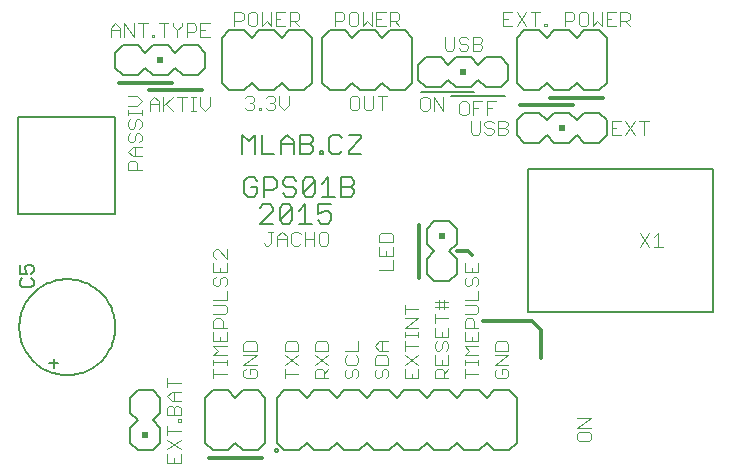
<source format=gbr>
G75*
%MOIN*%
%OFA0B0*%
%FSLAX24Y24*%
%IPPOS*%
%LPD*%
%AMOC8*
5,1,8,0,0,1.08239X$1,22.5*
%
%ADD10C,0.0040*%
%ADD11C,0.0120*%
%ADD12C,0.0060*%
%ADD13C,0.0079*%
%ADD14C,0.0050*%
%ADD15R,0.0200X0.0200*%
D10*
X014553Y000855D02*
X015013Y000855D01*
X015013Y001162D01*
X015013Y001315D02*
X014553Y001622D01*
X014553Y001776D02*
X014553Y002083D01*
X014553Y001929D02*
X015013Y001929D01*
X015013Y002236D02*
X014936Y002236D01*
X014936Y002313D01*
X015013Y002313D01*
X015013Y002236D01*
X015013Y002466D02*
X015013Y002697D01*
X014936Y002773D01*
X014859Y002773D01*
X014783Y002697D01*
X014783Y002466D01*
X015013Y002466D02*
X014553Y002466D01*
X014553Y002697D01*
X014629Y002773D01*
X014706Y002773D01*
X014783Y002697D01*
X014783Y002927D02*
X014783Y003234D01*
X014706Y003234D02*
X015013Y003234D01*
X015013Y003541D02*
X014553Y003541D01*
X014553Y003694D02*
X014553Y003387D01*
X014706Y003234D02*
X014553Y003080D01*
X014706Y002927D01*
X015013Y002927D01*
X016103Y003680D02*
X016103Y003987D01*
X016103Y004140D02*
X016103Y004294D01*
X016103Y004217D02*
X016563Y004217D01*
X016563Y004140D02*
X016563Y004294D01*
X016563Y004447D02*
X016103Y004447D01*
X016256Y004601D01*
X016103Y004754D01*
X016563Y004754D01*
X016563Y004908D02*
X016103Y004908D01*
X016103Y005215D01*
X016103Y005368D02*
X016103Y005598D01*
X016179Y005675D01*
X016333Y005675D01*
X016409Y005598D01*
X016409Y005368D01*
X016563Y005368D02*
X016103Y005368D01*
X016333Y005061D02*
X016333Y004908D01*
X016563Y004908D02*
X016563Y005215D01*
X017103Y004831D02*
X017103Y004601D01*
X017563Y004601D01*
X017563Y004831D01*
X017486Y004908D01*
X017179Y004908D01*
X017103Y004831D01*
X017103Y004447D02*
X017563Y004447D01*
X017103Y004140D01*
X017563Y004140D01*
X017486Y003987D02*
X017333Y003987D01*
X017333Y003833D01*
X017486Y003680D02*
X017179Y003680D01*
X017103Y003757D01*
X017103Y003910D01*
X017179Y003987D01*
X017486Y003987D02*
X017563Y003910D01*
X017563Y003757D01*
X017486Y003680D01*
X016563Y003833D02*
X016103Y003833D01*
X018478Y003833D02*
X018938Y003833D01*
X018938Y004140D02*
X018478Y004447D01*
X018478Y004601D02*
X018478Y004831D01*
X018554Y004908D01*
X018861Y004908D01*
X018938Y004831D01*
X018938Y004601D01*
X018478Y004601D01*
X018478Y004140D02*
X018938Y004447D01*
X019478Y004447D02*
X019938Y004140D01*
X019938Y003987D02*
X019784Y003833D01*
X019784Y003910D02*
X019784Y003680D01*
X019938Y003680D02*
X019478Y003680D01*
X019478Y003910D01*
X019554Y003987D01*
X019708Y003987D01*
X019784Y003910D01*
X019478Y004140D02*
X019938Y004447D01*
X019938Y004601D02*
X019478Y004601D01*
X019478Y004831D01*
X019554Y004908D01*
X019861Y004908D01*
X019938Y004831D01*
X019938Y004601D01*
X020478Y004601D02*
X020938Y004601D01*
X020938Y004908D01*
X020861Y004447D02*
X020938Y004371D01*
X020938Y004217D01*
X020861Y004140D01*
X020554Y004140D01*
X020478Y004217D01*
X020478Y004371D01*
X020554Y004447D01*
X020554Y003987D02*
X020478Y003910D01*
X020478Y003757D01*
X020554Y003680D01*
X020631Y003680D01*
X020708Y003757D01*
X020708Y003910D01*
X020784Y003987D01*
X020861Y003987D01*
X020938Y003910D01*
X020938Y003757D01*
X020861Y003680D01*
X021478Y003757D02*
X021554Y003680D01*
X021631Y003680D01*
X021708Y003757D01*
X021708Y003910D01*
X021784Y003987D01*
X021861Y003987D01*
X021938Y003910D01*
X021938Y003757D01*
X021861Y003680D01*
X021478Y003757D02*
X021478Y003910D01*
X021554Y003987D01*
X021478Y004140D02*
X021478Y004371D01*
X021554Y004447D01*
X021861Y004447D01*
X021938Y004371D01*
X021938Y004140D01*
X021478Y004140D01*
X021631Y004601D02*
X021478Y004754D01*
X021631Y004908D01*
X021938Y004908D01*
X021708Y004908D02*
X021708Y004601D01*
X021631Y004601D02*
X021938Y004601D01*
X022478Y004601D02*
X022478Y004908D01*
X022478Y005061D02*
X022478Y005215D01*
X022478Y005138D02*
X022938Y005138D01*
X022938Y005061D02*
X022938Y005215D01*
X022938Y005368D02*
X022478Y005368D01*
X022938Y005675D01*
X022478Y005675D01*
X022478Y005828D02*
X022478Y006135D01*
X022478Y005982D02*
X022938Y005982D01*
X023478Y006059D02*
X023938Y006059D01*
X023938Y006212D02*
X023478Y006212D01*
X023631Y006212D02*
X023631Y006289D01*
X023631Y006212D02*
X023631Y005982D01*
X023784Y005982D02*
X023784Y006289D01*
X024478Y006289D02*
X024938Y006289D01*
X024938Y006596D01*
X024861Y006749D02*
X024938Y006826D01*
X024938Y006979D01*
X024861Y007056D01*
X024784Y007056D01*
X024708Y006979D01*
X024708Y006826D01*
X024631Y006749D01*
X024554Y006749D01*
X024478Y006826D01*
X024478Y006979D01*
X024554Y007056D01*
X024478Y007210D02*
X024938Y007210D01*
X024938Y007517D01*
X024708Y007363D02*
X024708Y007210D01*
X024478Y007210D02*
X024478Y007517D01*
X024478Y006135D02*
X024861Y006135D01*
X024938Y006059D01*
X024938Y005905D01*
X024861Y005828D01*
X024478Y005828D01*
X024554Y005675D02*
X024708Y005675D01*
X024784Y005598D01*
X024784Y005368D01*
X024938Y005368D02*
X024478Y005368D01*
X024478Y005598D01*
X024554Y005675D01*
X023938Y005675D02*
X023478Y005675D01*
X023478Y005522D02*
X023478Y005828D01*
X023478Y005368D02*
X023478Y005061D01*
X023938Y005061D01*
X023938Y005368D01*
X023708Y005215D02*
X023708Y005061D01*
X023784Y004908D02*
X023861Y004908D01*
X023938Y004831D01*
X023938Y004678D01*
X023861Y004601D01*
X023708Y004678D02*
X023708Y004831D01*
X023784Y004908D01*
X023554Y004908D02*
X023478Y004831D01*
X023478Y004678D01*
X023554Y004601D01*
X023631Y004601D01*
X023708Y004678D01*
X023938Y004447D02*
X023938Y004140D01*
X023478Y004140D01*
X023478Y004447D01*
X023708Y004294D02*
X023708Y004140D01*
X023708Y003987D02*
X023784Y003910D01*
X023784Y003680D01*
X023784Y003833D02*
X023938Y003987D01*
X023708Y003987D02*
X023554Y003987D01*
X023478Y003910D01*
X023478Y003680D01*
X023938Y003680D01*
X024478Y003680D02*
X024478Y003987D01*
X024478Y004140D02*
X024478Y004294D01*
X024478Y004217D02*
X024938Y004217D01*
X024938Y004140D02*
X024938Y004294D01*
X024938Y004447D02*
X024478Y004447D01*
X024631Y004601D01*
X024478Y004754D01*
X024938Y004754D01*
X024938Y004908D02*
X024478Y004908D01*
X024478Y005215D01*
X024708Y005061D02*
X024708Y004908D01*
X024938Y004908D02*
X024938Y005215D01*
X025478Y004831D02*
X025478Y004601D01*
X025938Y004601D01*
X025938Y004831D01*
X025861Y004908D01*
X025554Y004908D01*
X025478Y004831D01*
X025478Y004447D02*
X025938Y004447D01*
X025478Y004140D01*
X025938Y004140D01*
X025861Y003987D02*
X025708Y003987D01*
X025708Y003833D01*
X025861Y003680D02*
X025938Y003757D01*
X025938Y003910D01*
X025861Y003987D01*
X025554Y003987D02*
X025478Y003910D01*
X025478Y003757D01*
X025554Y003680D01*
X025861Y003680D01*
X024938Y003833D02*
X024478Y003833D01*
X022938Y003680D02*
X022938Y003987D01*
X022938Y004140D02*
X022478Y004447D01*
X022478Y004140D02*
X022938Y004447D01*
X022938Y004754D02*
X022478Y004754D01*
X022478Y003987D02*
X022478Y003680D01*
X022938Y003680D01*
X022708Y003680D02*
X022708Y003833D01*
X018478Y003680D02*
X018478Y003987D01*
X016563Y005905D02*
X016486Y005828D01*
X016103Y005828D01*
X016563Y005905D02*
X016563Y006059D01*
X016486Y006135D01*
X016103Y006135D01*
X016103Y006289D02*
X016563Y006289D01*
X016563Y006596D01*
X016486Y006749D02*
X016563Y006826D01*
X016563Y006979D01*
X016486Y007056D01*
X016409Y007056D01*
X016333Y006979D01*
X016333Y006826D01*
X016256Y006749D01*
X016179Y006749D01*
X016103Y006826D01*
X016103Y006979D01*
X016179Y007056D01*
X016103Y007210D02*
X016563Y007210D01*
X016563Y007517D01*
X016563Y007670D02*
X016256Y007977D01*
X016179Y007977D01*
X016103Y007900D01*
X016103Y007747D01*
X016179Y007670D01*
X016103Y007517D02*
X016103Y007210D01*
X016333Y007210D02*
X016333Y007363D01*
X016563Y007670D02*
X016563Y007977D01*
X017778Y008182D02*
X017855Y008105D01*
X017931Y008105D01*
X018008Y008182D01*
X018008Y008565D01*
X017931Y008565D02*
X018085Y008565D01*
X018238Y008412D02*
X018392Y008565D01*
X018545Y008412D01*
X018545Y008105D01*
X018699Y008182D02*
X018775Y008105D01*
X018929Y008105D01*
X019006Y008182D01*
X019159Y008105D02*
X019159Y008565D01*
X019006Y008489D02*
X018929Y008565D01*
X018775Y008565D01*
X018699Y008489D01*
X018699Y008182D01*
X018545Y008335D02*
X018238Y008335D01*
X018238Y008412D02*
X018238Y008105D01*
X019159Y008335D02*
X019466Y008335D01*
X019620Y008182D02*
X019696Y008105D01*
X019850Y008105D01*
X019926Y008182D01*
X019926Y008489D01*
X019850Y008565D01*
X019696Y008565D01*
X019620Y008489D01*
X019620Y008182D01*
X019466Y008105D02*
X019466Y008565D01*
X021628Y008456D02*
X021628Y008226D01*
X022088Y008226D01*
X022088Y008456D01*
X022011Y008533D01*
X021704Y008533D01*
X021628Y008456D01*
X021628Y008072D02*
X021628Y007765D01*
X022088Y007765D01*
X022088Y008072D01*
X021858Y007919D02*
X021858Y007765D01*
X022088Y007612D02*
X022088Y007305D01*
X021628Y007305D01*
X024755Y011805D02*
X024678Y011882D01*
X024678Y012265D01*
X024763Y012455D02*
X024763Y012915D01*
X025070Y012915D01*
X025224Y012915D02*
X025531Y012915D01*
X025377Y012685D02*
X025224Y012685D01*
X025224Y012455D02*
X025224Y012915D01*
X024917Y012685D02*
X024763Y012685D01*
X024610Y012532D02*
X024533Y012455D01*
X024380Y012455D01*
X024303Y012532D01*
X024303Y012839D01*
X024380Y012915D01*
X024533Y012915D01*
X024610Y012839D01*
X024610Y012532D01*
X024985Y012265D02*
X024985Y011882D01*
X024908Y011805D01*
X024755Y011805D01*
X025138Y011882D02*
X025215Y011805D01*
X025369Y011805D01*
X025445Y011882D01*
X025445Y011958D01*
X025369Y012035D01*
X025215Y012035D01*
X025138Y012112D01*
X025138Y012189D01*
X025215Y012265D01*
X025369Y012265D01*
X025445Y012189D01*
X025599Y012265D02*
X025829Y012265D01*
X025906Y012189D01*
X025906Y012112D01*
X025829Y012035D01*
X025599Y012035D01*
X025829Y012035D02*
X025906Y011958D01*
X025906Y011882D01*
X025829Y011805D01*
X025599Y011805D01*
X025599Y012265D01*
X023770Y012605D02*
X023770Y013065D01*
X023463Y013065D02*
X023770Y012605D01*
X023463Y012605D02*
X023463Y013065D01*
X023310Y012989D02*
X023233Y013065D01*
X023080Y013065D01*
X023003Y012989D01*
X023003Y012682D01*
X023080Y012605D01*
X023233Y012605D01*
X023310Y012682D01*
X023310Y012989D01*
X021881Y013090D02*
X021574Y013090D01*
X021727Y013090D02*
X021727Y012630D01*
X021420Y012707D02*
X021420Y013090D01*
X021113Y013090D02*
X021113Y012707D01*
X021190Y012630D01*
X021344Y012630D01*
X021420Y012707D01*
X020960Y012707D02*
X020960Y013014D01*
X020883Y013090D01*
X020730Y013090D01*
X020653Y013014D01*
X020653Y012707D01*
X020730Y012630D01*
X020883Y012630D01*
X020960Y012707D01*
X018611Y012783D02*
X018457Y012630D01*
X018304Y012783D01*
X018304Y013090D01*
X018150Y013014D02*
X018150Y012937D01*
X018074Y012860D01*
X018150Y012783D01*
X018150Y012707D01*
X018074Y012630D01*
X017920Y012630D01*
X017844Y012707D01*
X017690Y012707D02*
X017690Y012630D01*
X017613Y012630D01*
X017613Y012707D01*
X017690Y012707D01*
X017460Y012707D02*
X017460Y012783D01*
X017383Y012860D01*
X017306Y012860D01*
X017383Y012860D02*
X017460Y012937D01*
X017460Y013014D01*
X017383Y013090D01*
X017230Y013090D01*
X017153Y013014D01*
X017153Y012707D02*
X017230Y012630D01*
X017383Y012630D01*
X017460Y012707D01*
X017997Y012860D02*
X018074Y012860D01*
X018150Y013014D02*
X018074Y013090D01*
X017920Y013090D01*
X017844Y013014D01*
X018611Y013090D02*
X018611Y012783D01*
X015973Y012758D02*
X015820Y012605D01*
X015666Y012758D01*
X015666Y013065D01*
X015513Y013065D02*
X015359Y013065D01*
X015436Y013065D02*
X015436Y012605D01*
X015359Y012605D02*
X015513Y012605D01*
X015052Y012605D02*
X015052Y013065D01*
X014899Y013065D02*
X015206Y013065D01*
X014745Y013065D02*
X014438Y012758D01*
X014515Y012835D02*
X014745Y012605D01*
X014438Y012605D02*
X014438Y013065D01*
X014285Y012912D02*
X014285Y012605D01*
X014285Y012835D02*
X013978Y012835D01*
X013978Y012912D02*
X014131Y013065D01*
X014285Y012912D01*
X013978Y012912D02*
X013978Y012605D01*
X013713Y012616D02*
X013713Y012463D01*
X013713Y012539D02*
X013253Y012539D01*
X013253Y012463D02*
X013253Y012616D01*
X013253Y012770D02*
X013559Y012770D01*
X013713Y012923D01*
X013559Y013077D01*
X013253Y013077D01*
X013329Y012309D02*
X013253Y012232D01*
X013253Y012079D01*
X013329Y012002D01*
X013406Y012002D01*
X013483Y012079D01*
X013483Y012232D01*
X013559Y012309D01*
X013636Y012309D01*
X013713Y012232D01*
X013713Y012079D01*
X013636Y012002D01*
X013636Y011849D02*
X013713Y011772D01*
X013713Y011619D01*
X013636Y011542D01*
X013483Y011619D02*
X013483Y011772D01*
X013559Y011849D01*
X013636Y011849D01*
X013483Y011619D02*
X013406Y011542D01*
X013329Y011542D01*
X013253Y011619D01*
X013253Y011772D01*
X013329Y011849D01*
X013406Y011388D02*
X013713Y011388D01*
X013483Y011388D02*
X013483Y011081D01*
X013406Y011081D02*
X013253Y011235D01*
X013406Y011388D01*
X013406Y011081D02*
X013713Y011081D01*
X013559Y010851D02*
X013559Y010621D01*
X013713Y010621D02*
X013253Y010621D01*
X013253Y010851D01*
X013329Y010928D01*
X013483Y010928D01*
X013559Y010851D01*
X015973Y012758D02*
X015973Y013065D01*
X015977Y015055D02*
X015670Y015055D01*
X015670Y015515D01*
X015977Y015515D01*
X015824Y015285D02*
X015670Y015285D01*
X015517Y015285D02*
X015440Y015208D01*
X015210Y015208D01*
X015210Y015055D02*
X015210Y015515D01*
X015440Y015515D01*
X015517Y015439D01*
X015517Y015285D01*
X015057Y015439D02*
X015057Y015515D01*
X015057Y015439D02*
X014903Y015285D01*
X014903Y015055D01*
X014903Y015285D02*
X014750Y015439D01*
X014750Y015515D01*
X014596Y015515D02*
X014289Y015515D01*
X014443Y015515D02*
X014443Y015055D01*
X014136Y015055D02*
X014059Y015055D01*
X014059Y015132D01*
X014136Y015132D01*
X014136Y015055D01*
X013752Y015055D02*
X013752Y015515D01*
X013599Y015515D02*
X013906Y015515D01*
X013445Y015515D02*
X013445Y015055D01*
X013138Y015515D01*
X013138Y015055D01*
X012985Y015055D02*
X012985Y015362D01*
X012831Y015515D01*
X012678Y015362D01*
X012678Y015055D01*
X012678Y015285D02*
X012985Y015285D01*
X016803Y015430D02*
X016803Y015890D01*
X017033Y015890D01*
X017110Y015814D01*
X017110Y015660D01*
X017033Y015583D01*
X016803Y015583D01*
X017263Y015507D02*
X017340Y015430D01*
X017494Y015430D01*
X017570Y015507D01*
X017570Y015814D01*
X017494Y015890D01*
X017340Y015890D01*
X017263Y015814D01*
X017263Y015507D01*
X017724Y015430D02*
X017724Y015890D01*
X018031Y015890D02*
X018031Y015430D01*
X017877Y015583D01*
X017724Y015430D01*
X018184Y015430D02*
X018491Y015430D01*
X018645Y015430D02*
X018645Y015890D01*
X018875Y015890D01*
X018951Y015814D01*
X018951Y015660D01*
X018875Y015583D01*
X018645Y015583D01*
X018798Y015583D02*
X018951Y015430D01*
X018338Y015660D02*
X018184Y015660D01*
X018184Y015890D02*
X018184Y015430D01*
X018184Y015890D02*
X018491Y015890D01*
X020153Y015890D02*
X020153Y015430D01*
X020153Y015583D02*
X020383Y015583D01*
X020460Y015660D01*
X020460Y015814D01*
X020383Y015890D01*
X020153Y015890D01*
X020613Y015814D02*
X020613Y015507D01*
X020690Y015430D01*
X020844Y015430D01*
X020920Y015507D01*
X020920Y015814D01*
X020844Y015890D01*
X020690Y015890D01*
X020613Y015814D01*
X021074Y015890D02*
X021074Y015430D01*
X021227Y015583D01*
X021381Y015430D01*
X021381Y015890D01*
X021534Y015890D02*
X021534Y015430D01*
X021841Y015430D01*
X021995Y015430D02*
X021995Y015890D01*
X022225Y015890D01*
X022301Y015814D01*
X022301Y015660D01*
X022225Y015583D01*
X021995Y015583D01*
X022148Y015583D02*
X022301Y015430D01*
X021688Y015660D02*
X021534Y015660D01*
X021534Y015890D02*
X021841Y015890D01*
X023822Y015065D02*
X023822Y014682D01*
X023898Y014605D01*
X024052Y014605D01*
X024129Y014682D01*
X024129Y015065D01*
X024282Y014989D02*
X024282Y014912D01*
X024359Y014835D01*
X024512Y014835D01*
X024589Y014758D01*
X024589Y014682D01*
X024512Y014605D01*
X024359Y014605D01*
X024282Y014682D01*
X024282Y014989D02*
X024359Y015065D01*
X024512Y015065D01*
X024589Y014989D01*
X024743Y015065D02*
X024973Y015065D01*
X025049Y014989D01*
X025049Y014912D01*
X024973Y014835D01*
X024743Y014835D01*
X024973Y014835D02*
X025049Y014758D01*
X025049Y014682D01*
X024973Y014605D01*
X024743Y014605D01*
X024743Y015065D01*
X025753Y015430D02*
X026060Y015430D01*
X026213Y015430D02*
X026520Y015890D01*
X026674Y015890D02*
X026981Y015890D01*
X026827Y015890D02*
X026827Y015430D01*
X026520Y015430D02*
X026213Y015890D01*
X026060Y015890D02*
X025753Y015890D01*
X025753Y015430D01*
X025753Y015660D02*
X025906Y015660D01*
X027134Y015507D02*
X027134Y015430D01*
X027211Y015430D01*
X027211Y015507D01*
X027134Y015507D01*
X027825Y015583D02*
X028055Y015583D01*
X028132Y015660D01*
X028132Y015814D01*
X028055Y015890D01*
X027825Y015890D01*
X027825Y015430D01*
X028285Y015507D02*
X028362Y015430D01*
X028515Y015430D01*
X028592Y015507D01*
X028592Y015814D01*
X028515Y015890D01*
X028362Y015890D01*
X028285Y015814D01*
X028285Y015507D01*
X028745Y015430D02*
X028745Y015890D01*
X029052Y015890D02*
X029052Y015430D01*
X028899Y015583D01*
X028745Y015430D01*
X029206Y015430D02*
X029513Y015430D01*
X029666Y015430D02*
X029666Y015890D01*
X029896Y015890D01*
X029973Y015814D01*
X029973Y015660D01*
X029896Y015583D01*
X029666Y015583D01*
X029820Y015583D02*
X029973Y015430D01*
X029359Y015660D02*
X029206Y015660D01*
X029206Y015890D02*
X029206Y015430D01*
X029206Y015890D02*
X029513Y015890D01*
X029378Y012265D02*
X029378Y011805D01*
X029685Y011805D01*
X029838Y011805D02*
X030145Y012265D01*
X030299Y012265D02*
X030606Y012265D01*
X030452Y012265D02*
X030452Y011805D01*
X030145Y011805D02*
X029838Y012265D01*
X029685Y012265D02*
X029378Y012265D01*
X029378Y012035D02*
X029531Y012035D01*
X030312Y008529D02*
X030619Y008069D01*
X030773Y008069D02*
X031080Y008069D01*
X030926Y008069D02*
X030926Y008529D01*
X030773Y008376D01*
X030619Y008529D02*
X030312Y008069D01*
X028688Y002347D02*
X028228Y002347D01*
X028228Y002040D02*
X028688Y002347D01*
X028688Y002040D02*
X028228Y002040D01*
X028304Y001887D02*
X028228Y001810D01*
X028228Y001657D01*
X028304Y001580D01*
X028611Y001580D01*
X028688Y001657D01*
X028688Y001810D01*
X028611Y001887D01*
X028304Y001887D01*
X015013Y001622D02*
X014553Y001315D01*
X014553Y001162D02*
X014553Y000855D01*
X014783Y000855D02*
X014783Y001008D01*
D11*
X015958Y001035D02*
X017708Y001035D01*
X025083Y005585D02*
X026733Y005585D01*
X027033Y005285D01*
X027033Y004360D01*
X022958Y007035D02*
X022958Y008785D01*
X024208Y007910D02*
X024583Y007910D01*
X024708Y007785D01*
X026333Y012785D02*
X028083Y012785D01*
X027333Y013035D02*
X029083Y013035D01*
X015708Y013285D02*
X013958Y013285D01*
X014708Y013535D02*
X012958Y013535D01*
D12*
X010933Y004185D02*
X010633Y004185D01*
X010783Y004035D02*
X010783Y004335D01*
X009633Y005385D02*
X009635Y005465D01*
X009641Y005544D01*
X009651Y005623D01*
X009665Y005702D01*
X009682Y005780D01*
X009704Y005857D01*
X009729Y005932D01*
X009759Y006006D01*
X009791Y006079D01*
X009828Y006150D01*
X009868Y006219D01*
X009911Y006286D01*
X009958Y006351D01*
X010007Y006413D01*
X010060Y006473D01*
X010116Y006530D01*
X010174Y006585D01*
X010235Y006636D01*
X010299Y006684D01*
X010365Y006729D01*
X010433Y006771D01*
X010503Y006809D01*
X010575Y006843D01*
X010648Y006874D01*
X010723Y006902D01*
X010800Y006925D01*
X010877Y006945D01*
X010955Y006961D01*
X011034Y006973D01*
X011113Y006981D01*
X011193Y006985D01*
X011273Y006985D01*
X011353Y006981D01*
X011432Y006973D01*
X011511Y006961D01*
X011589Y006945D01*
X011666Y006925D01*
X011743Y006902D01*
X011818Y006874D01*
X011891Y006843D01*
X011963Y006809D01*
X012033Y006771D01*
X012101Y006729D01*
X012167Y006684D01*
X012231Y006636D01*
X012292Y006585D01*
X012350Y006530D01*
X012406Y006473D01*
X012459Y006413D01*
X012508Y006351D01*
X012555Y006286D01*
X012598Y006219D01*
X012638Y006150D01*
X012675Y006079D01*
X012707Y006006D01*
X012737Y005932D01*
X012762Y005857D01*
X012784Y005780D01*
X012801Y005702D01*
X012815Y005623D01*
X012825Y005544D01*
X012831Y005465D01*
X012833Y005385D01*
X012831Y005305D01*
X012825Y005226D01*
X012815Y005147D01*
X012801Y005068D01*
X012784Y004990D01*
X012762Y004913D01*
X012737Y004838D01*
X012707Y004764D01*
X012675Y004691D01*
X012638Y004620D01*
X012598Y004551D01*
X012555Y004484D01*
X012508Y004419D01*
X012459Y004357D01*
X012406Y004297D01*
X012350Y004240D01*
X012292Y004185D01*
X012231Y004134D01*
X012167Y004086D01*
X012101Y004041D01*
X012033Y003999D01*
X011963Y003961D01*
X011891Y003927D01*
X011818Y003896D01*
X011743Y003868D01*
X011666Y003845D01*
X011589Y003825D01*
X011511Y003809D01*
X011432Y003797D01*
X011353Y003789D01*
X011273Y003785D01*
X011193Y003785D01*
X011113Y003789D01*
X011034Y003797D01*
X010955Y003809D01*
X010877Y003825D01*
X010800Y003845D01*
X010723Y003868D01*
X010648Y003896D01*
X010575Y003927D01*
X010503Y003961D01*
X010433Y003999D01*
X010365Y004041D01*
X010299Y004086D01*
X010235Y004134D01*
X010174Y004185D01*
X010116Y004240D01*
X010060Y004297D01*
X010007Y004357D01*
X009958Y004419D01*
X009911Y004484D01*
X009868Y004551D01*
X009828Y004620D01*
X009791Y004691D01*
X009759Y004764D01*
X009729Y004838D01*
X009704Y004913D01*
X009682Y004990D01*
X009665Y005068D01*
X009651Y005147D01*
X009641Y005226D01*
X009635Y005305D01*
X009633Y005385D01*
X013333Y003035D02*
X013333Y002535D01*
X013583Y002285D01*
X013333Y002035D01*
X013333Y001535D01*
X013583Y001285D01*
X014083Y001285D01*
X014333Y001535D01*
X014333Y002035D01*
X014083Y002285D01*
X014333Y002535D01*
X014333Y003035D01*
X014083Y003285D01*
X013583Y003285D01*
X013333Y003035D01*
X015833Y003035D02*
X015833Y001535D01*
X016083Y001285D01*
X016583Y001285D01*
X016833Y001535D01*
X017083Y001285D01*
X017583Y001285D01*
X017833Y001535D01*
X017833Y003035D01*
X017583Y003285D01*
X017083Y003285D01*
X016833Y003035D01*
X016583Y003285D01*
X016083Y003285D01*
X015833Y003035D01*
X018208Y003035D02*
X018208Y001535D01*
X018458Y001285D01*
X018958Y001285D01*
X019208Y001535D01*
X019458Y001285D01*
X019958Y001285D01*
X020208Y001535D01*
X020458Y001285D01*
X020958Y001285D01*
X021208Y001535D01*
X021458Y001285D01*
X021958Y001285D01*
X022208Y001535D01*
X022458Y001285D01*
X022958Y001285D01*
X023208Y001535D01*
X023458Y001285D01*
X023958Y001285D01*
X024208Y001535D01*
X024458Y001285D01*
X024958Y001285D01*
X025208Y001535D01*
X025458Y001285D01*
X025958Y001285D01*
X026208Y001535D01*
X026208Y003035D01*
X025958Y003285D01*
X025458Y003285D01*
X025208Y003035D01*
X024958Y003285D01*
X024458Y003285D01*
X024208Y003035D01*
X023958Y003285D01*
X023458Y003285D01*
X023208Y003035D01*
X022958Y003285D01*
X022458Y003285D01*
X022208Y003035D01*
X021958Y003285D01*
X021458Y003285D01*
X021208Y003035D01*
X020958Y003285D01*
X020458Y003285D01*
X020208Y003035D01*
X019958Y003285D01*
X019458Y003285D01*
X019208Y003035D01*
X018958Y003285D01*
X018458Y003285D01*
X018208Y003035D01*
X023208Y007160D02*
X023458Y006910D01*
X023958Y006910D01*
X024208Y007160D01*
X024208Y007660D01*
X023958Y007910D01*
X024208Y008160D01*
X024208Y008660D01*
X023958Y008910D01*
X023458Y008910D01*
X023208Y008660D01*
X023208Y008160D01*
X023458Y007910D01*
X023208Y007660D01*
X023208Y007160D01*
X020024Y008947D02*
X020024Y009160D01*
X019917Y009267D01*
X019810Y009267D01*
X019597Y009160D01*
X019597Y009481D01*
X020024Y009481D01*
X019930Y009740D02*
X019930Y010381D01*
X019716Y010167D01*
X019499Y010274D02*
X019499Y009847D01*
X019392Y009740D01*
X019178Y009740D01*
X019072Y009847D01*
X019499Y010274D01*
X019392Y010381D01*
X019178Y010381D01*
X019072Y010274D01*
X019072Y009847D01*
X018854Y009847D02*
X018747Y009740D01*
X018534Y009740D01*
X018427Y009847D01*
X018534Y010060D02*
X018747Y010060D01*
X018854Y009954D01*
X018854Y009847D01*
X018534Y010060D02*
X018427Y010167D01*
X018427Y010274D01*
X018534Y010381D01*
X018747Y010381D01*
X018854Y010274D01*
X018210Y010274D02*
X018210Y010060D01*
X018103Y009954D01*
X017782Y009954D01*
X017782Y009740D02*
X017782Y010381D01*
X018103Y010381D01*
X018210Y010274D01*
X017565Y010274D02*
X017458Y010381D01*
X017245Y010381D01*
X017138Y010274D01*
X017138Y009847D01*
X017245Y009740D01*
X017458Y009740D01*
X017565Y009847D01*
X017565Y010060D01*
X017351Y010060D01*
X017770Y009481D02*
X017663Y009374D01*
X017770Y009481D02*
X017983Y009481D01*
X018090Y009374D01*
X018090Y009267D01*
X017663Y008840D01*
X018090Y008840D01*
X018307Y008947D02*
X018735Y009374D01*
X018735Y008947D01*
X018628Y008840D01*
X018414Y008840D01*
X018307Y008947D01*
X018307Y009374D01*
X018414Y009481D01*
X018628Y009481D01*
X018735Y009374D01*
X018952Y009267D02*
X019166Y009481D01*
X019166Y008840D01*
X019379Y008840D02*
X018952Y008840D01*
X019597Y008947D02*
X019703Y008840D01*
X019917Y008840D01*
X020024Y008947D01*
X020143Y009740D02*
X019716Y009740D01*
X020361Y009740D02*
X020681Y009740D01*
X020788Y009847D01*
X020788Y009954D01*
X020681Y010060D01*
X020361Y010060D01*
X020681Y010060D02*
X020788Y010167D01*
X020788Y010274D01*
X020681Y010381D01*
X020361Y010381D01*
X020361Y009740D01*
X020284Y011165D02*
X020390Y011272D01*
X020284Y011165D02*
X020070Y011165D01*
X019963Y011272D01*
X019963Y011699D01*
X020070Y011806D01*
X020284Y011806D01*
X020390Y011699D01*
X020608Y011806D02*
X021035Y011806D01*
X021035Y011699D01*
X020608Y011272D01*
X020608Y011165D01*
X021035Y011165D01*
X019748Y011165D02*
X019641Y011165D01*
X019641Y011272D01*
X019748Y011272D01*
X019748Y011165D01*
X019424Y011272D02*
X019317Y011165D01*
X018997Y011165D01*
X018997Y011806D01*
X019317Y011806D01*
X019424Y011699D01*
X019424Y011592D01*
X019317Y011485D01*
X018997Y011485D01*
X018779Y011485D02*
X018352Y011485D01*
X018352Y011592D02*
X018566Y011806D01*
X018779Y011592D01*
X018779Y011165D01*
X018352Y011165D02*
X018352Y011592D01*
X018135Y011165D02*
X017707Y011165D01*
X017707Y011806D01*
X017490Y011806D02*
X017490Y011165D01*
X017063Y011165D02*
X017063Y011806D01*
X017276Y011592D01*
X017490Y011806D01*
X019317Y011485D02*
X019424Y011379D01*
X019424Y011272D01*
X019133Y013285D02*
X018633Y013285D01*
X018383Y013535D01*
X018133Y013285D01*
X017633Y013285D01*
X017383Y013535D01*
X017133Y013285D01*
X016633Y013285D01*
X016383Y013535D01*
X016383Y015035D01*
X016633Y015285D01*
X017133Y015285D01*
X017383Y015035D01*
X017633Y015285D01*
X018133Y015285D01*
X018383Y015035D01*
X018633Y015285D01*
X019133Y015285D01*
X019383Y015035D01*
X019383Y013535D01*
X019133Y013285D01*
X019733Y013535D02*
X019983Y013285D01*
X020483Y013285D01*
X020733Y013535D01*
X020983Y013285D01*
X021483Y013285D01*
X021733Y013535D01*
X021983Y013285D01*
X022483Y013285D01*
X022733Y013535D01*
X022733Y015035D01*
X022483Y015285D01*
X021983Y015285D01*
X021733Y015035D01*
X021483Y015285D01*
X020983Y015285D01*
X020733Y015035D01*
X020483Y015285D01*
X019983Y015285D01*
X019733Y015035D01*
X019733Y013535D01*
X022933Y013635D02*
X023183Y013385D01*
X023683Y013385D01*
X023933Y013635D01*
X024183Y013385D01*
X024683Y013385D01*
X024933Y013635D01*
X025183Y013385D01*
X025683Y013385D01*
X025933Y013635D01*
X025933Y014135D01*
X025683Y014385D01*
X025183Y014385D01*
X024933Y014135D01*
X024683Y014385D01*
X024183Y014385D01*
X023933Y014135D01*
X023683Y014385D01*
X023183Y014385D01*
X022933Y014135D01*
X022933Y013635D01*
X026208Y013535D02*
X026208Y015035D01*
X026458Y015285D01*
X026958Y015285D01*
X027208Y015035D01*
X027458Y015285D01*
X027958Y015285D01*
X028208Y015035D01*
X028458Y015285D01*
X028958Y015285D01*
X029208Y015035D01*
X029208Y013535D01*
X028958Y013285D01*
X028458Y013285D01*
X028208Y013535D01*
X027958Y013285D01*
X027458Y013285D01*
X027208Y013535D01*
X026958Y013285D01*
X026458Y013285D01*
X026208Y013535D01*
X026458Y012535D02*
X026958Y012535D01*
X027208Y012285D01*
X027458Y012535D01*
X027958Y012535D01*
X028208Y012285D01*
X028458Y012535D01*
X028958Y012535D01*
X029208Y012285D01*
X029208Y011785D01*
X028958Y011535D01*
X028458Y011535D01*
X028208Y011785D01*
X027958Y011535D01*
X027458Y011535D01*
X027208Y011785D01*
X026958Y011535D01*
X026458Y011535D01*
X026208Y011785D01*
X026208Y012285D01*
X026458Y012535D01*
X015833Y014035D02*
X015833Y014535D01*
X015583Y014785D01*
X015083Y014785D01*
X014833Y014535D01*
X014583Y014785D01*
X014083Y014785D01*
X013833Y014535D01*
X013583Y014785D01*
X013083Y014785D01*
X012833Y014535D01*
X012833Y014035D01*
X013083Y013785D01*
X013583Y013785D01*
X013833Y014035D01*
X014083Y013785D01*
X014583Y013785D01*
X014833Y014035D01*
X015083Y013785D01*
X015583Y013785D01*
X015833Y014035D01*
D13*
X023033Y013235D02*
X024783Y013235D01*
X024033Y013085D02*
X025833Y013085D01*
D14*
X026582Y010667D02*
X026582Y005903D01*
X032763Y005903D01*
X032763Y010667D01*
X026582Y010667D01*
X012822Y009171D02*
X012822Y012399D01*
X009594Y012399D01*
X009594Y009171D01*
X012822Y009171D01*
X010108Y007396D02*
X010108Y007245D01*
X010033Y007170D01*
X009883Y007170D02*
X009808Y007321D01*
X009808Y007396D01*
X009883Y007471D01*
X010033Y007471D01*
X010108Y007396D01*
X009883Y007170D02*
X009658Y007170D01*
X009658Y007471D01*
X009733Y007010D02*
X009658Y006935D01*
X009658Y006785D01*
X009733Y006710D01*
X010033Y006710D01*
X010108Y006785D01*
X010108Y006935D01*
X010033Y007010D01*
X018158Y001285D02*
X018160Y001298D01*
X018165Y001311D01*
X018174Y001322D01*
X018185Y001329D01*
X018198Y001334D01*
X018211Y001335D01*
X018225Y001332D01*
X018237Y001326D01*
X018247Y001317D01*
X018254Y001305D01*
X018258Y001292D01*
X018258Y001278D01*
X018254Y001265D01*
X018247Y001253D01*
X018237Y001244D01*
X018225Y001238D01*
X018211Y001235D01*
X018198Y001236D01*
X018185Y001241D01*
X018174Y001248D01*
X018165Y001259D01*
X018160Y001272D01*
X018158Y001285D01*
D15*
X013833Y001785D03*
X023708Y008410D03*
X027708Y012035D03*
X024433Y013885D03*
X014333Y014285D03*
M02*

</source>
